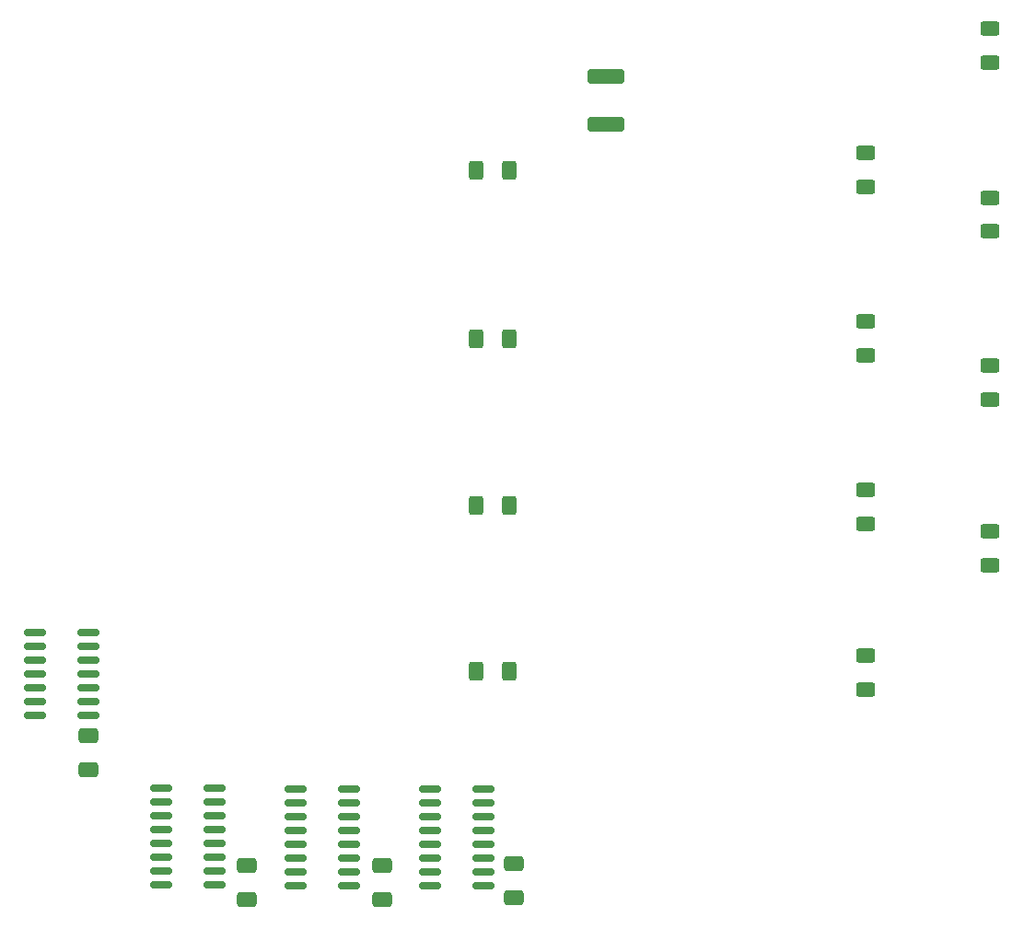
<source format=gbr>
%TF.GenerationSoftware,KiCad,Pcbnew,7.0.7*%
%TF.CreationDate,2023-10-27T11:47:26+02:00*%
%TF.ProjectId,BOB4AXIS,424f4234-4158-4495-932e-6b696361645f,rev?*%
%TF.SameCoordinates,Original*%
%TF.FileFunction,Paste,Bot*%
%TF.FilePolarity,Positive*%
%FSLAX46Y46*%
G04 Gerber Fmt 4.6, Leading zero omitted, Abs format (unit mm)*
G04 Created by KiCad (PCBNEW 7.0.7) date 2023-10-27 11:47:26*
%MOMM*%
%LPD*%
G01*
G04 APERTURE LIST*
G04 Aperture macros list*
%AMRoundRect*
0 Rectangle with rounded corners*
0 $1 Rounding radius*
0 $2 $3 $4 $5 $6 $7 $8 $9 X,Y pos of 4 corners*
0 Add a 4 corners polygon primitive as box body*
4,1,4,$2,$3,$4,$5,$6,$7,$8,$9,$2,$3,0*
0 Add four circle primitives for the rounded corners*
1,1,$1+$1,$2,$3*
1,1,$1+$1,$4,$5*
1,1,$1+$1,$6,$7*
1,1,$1+$1,$8,$9*
0 Add four rect primitives between the rounded corners*
20,1,$1+$1,$2,$3,$4,$5,0*
20,1,$1+$1,$4,$5,$6,$7,0*
20,1,$1+$1,$6,$7,$8,$9,0*
20,1,$1+$1,$8,$9,$2,$3,0*%
G04 Aperture macros list end*
%ADD10RoundRect,0.250000X0.400000X0.625000X-0.400000X0.625000X-0.400000X-0.625000X0.400000X-0.625000X0*%
%ADD11RoundRect,0.250000X0.650000X-0.412500X0.650000X0.412500X-0.650000X0.412500X-0.650000X-0.412500X0*%
%ADD12RoundRect,0.250000X-0.625000X0.400000X-0.625000X-0.400000X0.625000X-0.400000X0.625000X0.400000X0*%
%ADD13RoundRect,0.250000X-1.450000X0.400000X-1.450000X-0.400000X1.450000X-0.400000X1.450000X0.400000X0*%
%ADD14RoundRect,0.150000X-0.825000X-0.150000X0.825000X-0.150000X0.825000X0.150000X-0.825000X0.150000X0*%
%ADD15RoundRect,0.250000X-0.650000X0.412500X-0.650000X-0.412500X0.650000X-0.412500X0.650000X0.412500X0*%
G04 APERTURE END LIST*
D10*
%TO.C,R10*%
X48133000Y-24130000D03*
X45033000Y-24130000D03*
%TD*%
D11*
%TO.C,C4*%
X36449000Y-91224500D03*
X36449000Y-88099500D03*
%TD*%
D12*
%TO.C,R1*%
X80899000Y-22580000D03*
X80899000Y-25680000D03*
%TD*%
%TO.C,R7*%
X80899000Y-68808000D03*
X80899000Y-71908000D03*
%TD*%
D13*
%TO.C,F1*%
X57023000Y-15494000D03*
X57023000Y-19944000D03*
%TD*%
D12*
%TO.C,R5*%
X80899000Y-53568000D03*
X80899000Y-56668000D03*
%TD*%
D10*
%TO.C,R12*%
X48133000Y-70231000D03*
X45033000Y-70231000D03*
%TD*%
D12*
%TO.C,R8*%
X92329000Y-57378000D03*
X92329000Y-60478000D03*
%TD*%
D14*
%TO.C,U6*%
X28448000Y-89916000D03*
X28448000Y-88646000D03*
X28448000Y-87376000D03*
X28448000Y-86106000D03*
X28448000Y-84836000D03*
X28448000Y-83566000D03*
X28448000Y-82296000D03*
X28448000Y-81026000D03*
X33398000Y-81026000D03*
X33398000Y-82296000D03*
X33398000Y-83566000D03*
X33398000Y-84836000D03*
X33398000Y-86106000D03*
X33398000Y-87376000D03*
X33398000Y-88646000D03*
X33398000Y-89916000D03*
%TD*%
D10*
%TO.C,R11*%
X48133000Y-54991000D03*
X45033000Y-54991000D03*
%TD*%
D12*
%TO.C,R4*%
X92329000Y-26670000D03*
X92329000Y-29770000D03*
%TD*%
D15*
%TO.C,C2*%
X9398000Y-76161500D03*
X9398000Y-79286500D03*
%TD*%
D12*
%TO.C,R2*%
X92329000Y-11150000D03*
X92329000Y-14250000D03*
%TD*%
%TO.C,R6*%
X92329000Y-42138000D03*
X92329000Y-45238000D03*
%TD*%
D11*
%TO.C,C1*%
X48514000Y-91059000D03*
X48514000Y-87934000D03*
%TD*%
D14*
%TO.C,U5*%
X16067000Y-89886300D03*
X16067000Y-88616300D03*
X16067000Y-87346300D03*
X16067000Y-86076300D03*
X16067000Y-84806300D03*
X16067000Y-83536300D03*
X16067000Y-82266300D03*
X16067000Y-80996300D03*
X21017000Y-80996300D03*
X21017000Y-82266300D03*
X21017000Y-83536300D03*
X21017000Y-84806300D03*
X21017000Y-86076300D03*
X21017000Y-87346300D03*
X21017000Y-88616300D03*
X21017000Y-89886300D03*
%TD*%
D10*
%TO.C,R9*%
X48133000Y-39624000D03*
X45033000Y-39624000D03*
%TD*%
D11*
%TO.C,C3*%
X24003000Y-91224500D03*
X24003000Y-88099500D03*
%TD*%
D12*
%TO.C,R3*%
X80899000Y-38074000D03*
X80899000Y-41174000D03*
%TD*%
D14*
%TO.C,U8*%
X4510000Y-74295000D03*
X4510000Y-73025000D03*
X4510000Y-71755000D03*
X4510000Y-70485000D03*
X4510000Y-69215000D03*
X4510000Y-67945000D03*
X4510000Y-66675000D03*
X9460000Y-66675000D03*
X9460000Y-67945000D03*
X9460000Y-69215000D03*
X9460000Y-70485000D03*
X9460000Y-71755000D03*
X9460000Y-73025000D03*
X9460000Y-74295000D03*
%TD*%
%TO.C,U9*%
X40832000Y-89916000D03*
X40832000Y-88646000D03*
X40832000Y-87376000D03*
X40832000Y-86106000D03*
X40832000Y-84836000D03*
X40832000Y-83566000D03*
X40832000Y-82296000D03*
X40832000Y-81026000D03*
X45782000Y-81026000D03*
X45782000Y-82296000D03*
X45782000Y-83566000D03*
X45782000Y-84836000D03*
X45782000Y-86106000D03*
X45782000Y-87376000D03*
X45782000Y-88646000D03*
X45782000Y-89916000D03*
%TD*%
M02*

</source>
